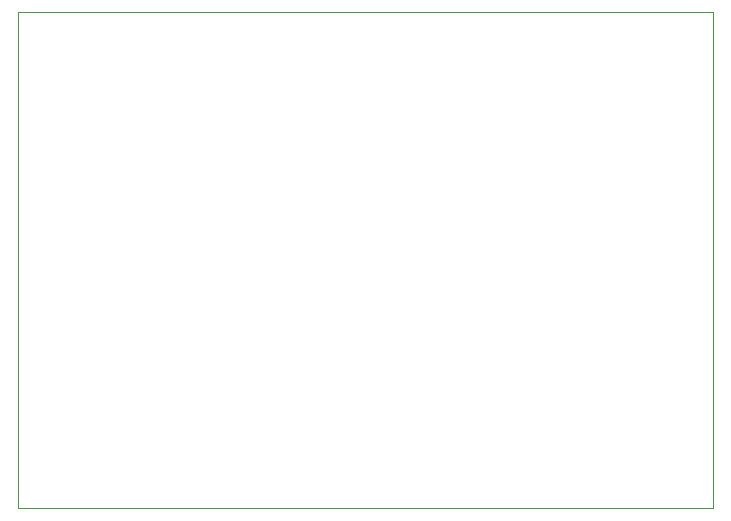
<source format=gbr>
%TF.GenerationSoftware,KiCad,Pcbnew,8.0.5*%
%TF.CreationDate,2025-03-31T18:24:30-05:00*%
%TF.ProjectId,new_MotorDriver_v1.5_NEW,6e65775f-4d6f-4746-9f72-447269766572,rev?*%
%TF.SameCoordinates,Original*%
%TF.FileFunction,Profile,NP*%
%FSLAX46Y46*%
G04 Gerber Fmt 4.6, Leading zero omitted, Abs format (unit mm)*
G04 Created by KiCad (PCBNEW 8.0.5) date 2025-03-31 18:24:30*
%MOMM*%
%LPD*%
G01*
G04 APERTURE LIST*
%TA.AperFunction,Profile*%
%ADD10C,0.050000*%
%TD*%
G04 APERTURE END LIST*
D10*
X46200000Y-33900000D02*
X105100000Y-33900000D01*
X105100000Y-75900000D01*
X46200000Y-75900000D01*
X46200000Y-33900000D01*
M02*

</source>
